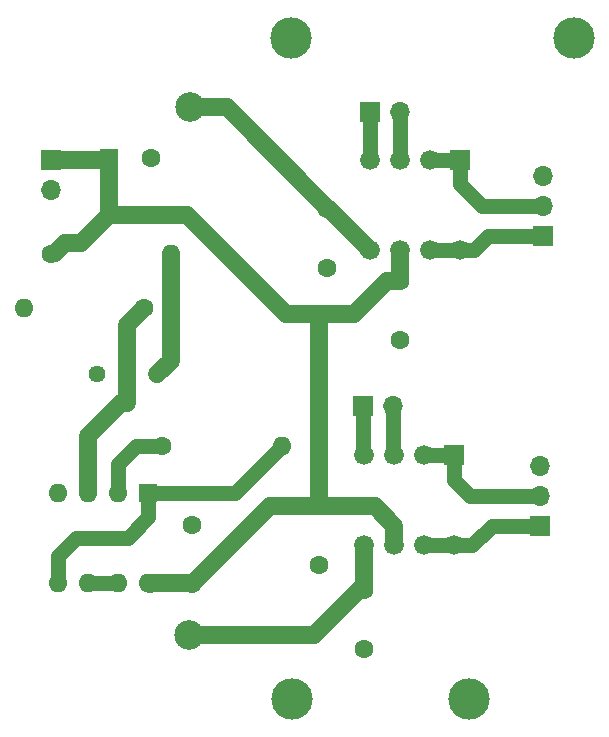
<source format=gbr>
G04 #@! TF.GenerationSoftware,KiCad,Pcbnew,(5.1.2)-2*
G04 #@! TF.CreationDate,2020-04-16T17:57:27-04:00*
G04 #@! TF.ProjectId,DRV-Based Balun,4452562d-4261-4736-9564-2042616c756e,rev?*
G04 #@! TF.SameCoordinates,PX92ac188PY7692bc8*
G04 #@! TF.FileFunction,Copper,L1,Top*
G04 #@! TF.FilePolarity,Positive*
%FSLAX46Y46*%
G04 Gerber Fmt 4.6, Leading zero omitted, Abs format (unit mm)*
G04 Created by KiCad (PCBNEW (5.1.2)-2) date 2020-04-16 17:57:27*
%MOMM*%
%LPD*%
G04 APERTURE LIST*
G04 #@! TA.AperFunction,ComponentPad*
%ADD10C,1.440000*%
G04 #@! TD*
G04 #@! TA.AperFunction,ComponentPad*
%ADD11C,1.600000*%
G04 #@! TD*
G04 #@! TA.AperFunction,ComponentPad*
%ADD12R,1.600000X1.600000*%
G04 #@! TD*
G04 #@! TA.AperFunction,ViaPad*
%ADD13C,3.500000*%
G04 #@! TD*
G04 #@! TA.AperFunction,ComponentPad*
%ADD14O,1.700000X1.700000*%
G04 #@! TD*
G04 #@! TA.AperFunction,ComponentPad*
%ADD15R,1.700000X1.700000*%
G04 #@! TD*
G04 #@! TA.AperFunction,ComponentPad*
%ADD16C,1.676400*%
G04 #@! TD*
G04 #@! TA.AperFunction,ComponentPad*
%ADD17R,1.676400X1.676400*%
G04 #@! TD*
G04 #@! TA.AperFunction,ComponentPad*
%ADD18O,1.600000X1.600000*%
G04 #@! TD*
G04 #@! TA.AperFunction,ViaPad*
%ADD19C,2.500000*%
G04 #@! TD*
G04 #@! TA.AperFunction,Conductor*
%ADD20C,1.000000*%
G04 #@! TD*
G04 #@! TA.AperFunction,Conductor*
%ADD21C,1.500000*%
G04 #@! TD*
G04 #@! TA.AperFunction,Conductor*
%ADD22C,1.250000*%
G04 #@! TD*
G04 APERTURE END LIST*
D10*
G04 #@! TO.P,RV1,3*
G04 #@! TO.N,Net-(R1-Pad2)*
X15113000Y29972000D03*
G04 #@! TO.P,RV1,2*
G04 #@! TO.N,Net-(R2-Pad1)*
X12573000Y29972000D03*
G04 #@! TO.P,RV1,1*
G04 #@! TO.N,Net-(RV1-Pad1)*
X10033000Y29972000D03*
G04 #@! TD*
D11*
G04 #@! TO.P,C5,2*
G04 #@! TO.N,GNDREF*
X32639000Y6684000D03*
G04 #@! TO.P,C5,1*
G04 #@! TO.N,-10V*
X32639000Y11684000D03*
G04 #@! TD*
G04 #@! TO.P,C4,2*
G04 #@! TO.N,GNDREF*
X28829000Y13796000D03*
G04 #@! TO.P,C4,1*
G04 #@! TO.N,+10V*
X28829000Y18796000D03*
G04 #@! TD*
G04 #@! TO.P,C3,2*
G04 #@! TO.N,GNDREF*
X29464000Y38942000D03*
G04 #@! TO.P,C3,1*
G04 #@! TO.N,-10V*
X29464000Y43942000D03*
G04 #@! TD*
G04 #@! TO.P,C2,2*
G04 #@! TO.N,GNDREF*
X35687000Y32846000D03*
G04 #@! TO.P,C2,1*
G04 #@! TO.N,+10V*
X35687000Y37846000D03*
G04 #@! TD*
G04 #@! TO.P,C1,2*
G04 #@! TO.N,-10V*
X14549000Y48260000D03*
D12*
G04 #@! TO.P,C1,1*
G04 #@! TO.N,+10V*
X11049000Y48260000D03*
G04 #@! TD*
D13*
G04 #@! TO.N,GNDREF*
G04 #@! TO.C,REF\002A\002A*
X26416000Y58420000D03*
G04 #@! TD*
G04 #@! TO.N,GNDREF*
G04 #@! TO.C,REF\002A\002A*
X26503000Y2483000D03*
G04 #@! TD*
G04 #@! TO.N,GNDREF*
G04 #@! TO.C,REF\002A\002A*
X41453000Y2483000D03*
G04 #@! TD*
G04 #@! TO.N,GNDREF*
G04 #@! TO.C,REF\002A\002A*
X50419000Y58420000D03*
G04 #@! TD*
D11*
G04 #@! TO.P,C6,2*
G04 #@! TO.N,-10V*
X18034000Y17192000D03*
G04 #@! TO.P,C6,1*
G04 #@! TO.N,+10V*
X18034000Y12192000D03*
G04 #@! TD*
D14*
G04 #@! TO.P,J5,S*
G04 #@! TO.N,GNDREF*
X47498000Y22225000D03*
G04 #@! TO.P,J5,R*
G04 #@! TO.N,Net-(J5-PadR)*
X47498000Y19685000D03*
D15*
G04 #@! TO.P,J5,T*
G04 #@! TO.N,Net-(J5-PadT)*
X47498000Y17145000D03*
G04 #@! TD*
D14*
G04 #@! TO.P,J4,S*
G04 #@! TO.N,GNDREF*
X47752000Y46736000D03*
G04 #@! TO.P,J4,R*
G04 #@! TO.N,Net-(J4-PadR)*
X47752000Y44196000D03*
D15*
G04 #@! TO.P,J4,T*
G04 #@! TO.N,Net-(J4-PadT)*
X47752000Y41656000D03*
G04 #@! TD*
D14*
G04 #@! TO.P,J3,2*
G04 #@! TO.N,GNDREF*
X35052000Y27305000D03*
D15*
G04 #@! TO.P,J3,1*
G04 #@! TO.N,Net-(J3-Pad1)*
X32512000Y27305000D03*
G04 #@! TD*
D14*
G04 #@! TO.P,J2,2*
G04 #@! TO.N,GNDREF*
X35687000Y52197000D03*
D15*
G04 #@! TO.P,J2,1*
G04 #@! TO.N,Net-(J2-Pad1)*
X33147000Y52197000D03*
G04 #@! TD*
D14*
G04 #@! TO.P,J1,2*
G04 #@! TO.N,-10V*
X6096000Y45593000D03*
D15*
G04 #@! TO.P,J1,1*
G04 #@! TO.N,+10V*
X6096000Y48133000D03*
G04 #@! TD*
D16*
G04 #@! TO.P,U3,8*
G04 #@! TO.N,Net-(J5-PadT)*
X40259000Y15494000D03*
G04 #@! TO.P,U3,7*
X37719000Y15494000D03*
G04 #@! TO.P,U3,6*
G04 #@! TO.N,+10V*
X35179000Y15494000D03*
G04 #@! TO.P,U3,5*
G04 #@! TO.N,-10V*
X32639000Y15494000D03*
G04 #@! TO.P,U3,4*
G04 #@! TO.N,Net-(J3-Pad1)*
X32639000Y23114000D03*
G04 #@! TO.P,U3,3*
G04 #@! TO.N,GNDREF*
X35179000Y23114000D03*
G04 #@! TO.P,U3,2*
G04 #@! TO.N,Net-(J5-PadR)*
X37719000Y23114000D03*
D17*
G04 #@! TO.P,U3,1*
X40259000Y23114000D03*
G04 #@! TD*
D16*
G04 #@! TO.P,U2,8*
G04 #@! TO.N,Net-(J4-PadT)*
X40767000Y40513000D03*
G04 #@! TO.P,U2,7*
X38227000Y40513000D03*
G04 #@! TO.P,U2,6*
G04 #@! TO.N,+10V*
X35687000Y40513000D03*
G04 #@! TO.P,U2,5*
G04 #@! TO.N,-10V*
X33147000Y40513000D03*
G04 #@! TO.P,U2,4*
G04 #@! TO.N,Net-(J2-Pad1)*
X33147000Y48133000D03*
G04 #@! TO.P,U2,3*
G04 #@! TO.N,GNDREF*
X35687000Y48133000D03*
G04 #@! TO.P,U2,2*
G04 #@! TO.N,Net-(J4-PadR)*
X38227000Y48133000D03*
D17*
G04 #@! TO.P,U2,1*
X40767000Y48133000D03*
G04 #@! TD*
D18*
G04 #@! TO.P,U1,8*
G04 #@! TO.N,+10V*
X14351000Y12319000D03*
G04 #@! TO.P,U1,4*
G04 #@! TO.N,-10V*
X6731000Y19939000D03*
G04 #@! TO.P,U1,7*
G04 #@! TO.N,Net-(U1-Pad6)*
X11811000Y12319000D03*
G04 #@! TO.P,U1,3*
G04 #@! TO.N,Net-(R2-Pad1)*
X9271000Y19939000D03*
G04 #@! TO.P,U1,6*
G04 #@! TO.N,Net-(U1-Pad6)*
X9271000Y12319000D03*
G04 #@! TO.P,U1,2*
G04 #@! TO.N,Net-(R3-Pad1)*
X11811000Y19939000D03*
G04 #@! TO.P,U1,5*
G04 #@! TO.N,GNDREF*
X6731000Y12319000D03*
D12*
G04 #@! TO.P,U1,1*
X14351000Y19939000D03*
G04 #@! TD*
D18*
G04 #@! TO.P,R3,2*
G04 #@! TO.N,GNDREF*
X25654000Y23876000D03*
D11*
G04 #@! TO.P,R3,1*
G04 #@! TO.N,Net-(R3-Pad1)*
X15494000Y23876000D03*
G04 #@! TD*
D18*
G04 #@! TO.P,R2,2*
G04 #@! TO.N,-10V*
X3810000Y35560000D03*
D11*
G04 #@! TO.P,R2,1*
G04 #@! TO.N,Net-(R2-Pad1)*
X13970000Y35560000D03*
G04 #@! TD*
D18*
G04 #@! TO.P,R1,2*
G04 #@! TO.N,Net-(R1-Pad2)*
X16256000Y40132000D03*
D11*
G04 #@! TO.P,R1,1*
G04 #@! TO.N,+10V*
X6096000Y40132000D03*
G04 #@! TD*
D19*
G04 #@! TO.N,-10V*
X17907000Y52578000D03*
X17780000Y7874000D03*
G04 #@! TD*
D20*
G04 #@! TO.N,-10V*
X33147000Y40513000D02*
X32719000Y40513000D01*
D21*
X17907000Y52578000D02*
X17907000Y52578000D01*
X17907000Y52578000D02*
X17907000Y52578000D01*
X17907000Y52578000D02*
X17907000Y52578000D01*
X17780000Y7874000D02*
X17780000Y7874000D01*
X28401000Y7874000D02*
X32639000Y12112000D01*
X32639000Y12112000D02*
X32639000Y15494000D01*
X21002000Y52578000D02*
X29591000Y43989000D01*
X17907000Y52578000D02*
X21002000Y52578000D01*
X29671000Y43989000D02*
X33147000Y40513000D01*
X29591000Y43989000D02*
X29671000Y43989000D01*
X28401000Y7874000D02*
X17780000Y7874000D01*
G04 #@! TO.N,+10V*
X28829000Y18796000D02*
X33528000Y18796000D01*
X35179000Y17145000D02*
X35179000Y15494000D01*
X33528000Y18796000D02*
X35179000Y17145000D01*
X10922000Y48133000D02*
X11049000Y48260000D01*
X6096000Y48133000D02*
X10922000Y48133000D01*
X7276999Y41058999D02*
X8673999Y41058999D01*
X6477000Y40259000D02*
X7276999Y41058999D01*
X11049000Y43434000D02*
X11049000Y48260000D01*
X8673999Y41058999D02*
X11049000Y43434000D01*
X11049000Y43434000D02*
X17620000Y43434000D01*
X14351000Y12319000D02*
X14478000Y12192000D01*
X17907000Y12319000D02*
X18034000Y12192000D01*
X14351000Y12319000D02*
X17907000Y12319000D01*
X28829000Y18796000D02*
X28829000Y21844000D01*
X35687000Y40513000D02*
X35687000Y37846000D01*
X35687000Y37846000D02*
X34555630Y37846000D01*
X28829000Y21844000D02*
X28829000Y35052000D01*
X26002000Y35052000D02*
X17620000Y43434000D01*
X28829000Y35052000D02*
X26002000Y35052000D01*
X31761630Y35052000D02*
X34555630Y37846000D01*
X28829000Y35052000D02*
X31761630Y35052000D01*
X24638000Y18796000D02*
X18034000Y12192000D01*
X28829000Y18796000D02*
X24638000Y18796000D01*
D22*
G04 #@! TO.N,GNDREF*
X35687000Y52197000D02*
X35687000Y48133000D01*
X35052000Y23241000D02*
X35179000Y23114000D01*
X35052000Y27305000D02*
X35052000Y23241000D01*
X21717000Y19939000D02*
X25654000Y23876000D01*
X14351000Y19939000D02*
X21717000Y19939000D01*
X6731000Y12319000D02*
X6731000Y14605000D01*
X6731000Y14605000D02*
X8255000Y16129000D01*
X14351000Y17889000D02*
X14351000Y19939000D01*
X12591000Y16129000D02*
X14351000Y17889000D01*
X8255000Y16129000D02*
X12591000Y16129000D01*
G04 #@! TO.N,Net-(J2-Pad1)*
X33147000Y52197000D02*
X33147000Y48133000D01*
G04 #@! TO.N,Net-(J3-Pad1)*
X32512000Y23241000D02*
X32639000Y23114000D01*
X32512000Y27305000D02*
X32512000Y23241000D01*
D21*
G04 #@! TO.N,Net-(R1-Pad2)*
X16256000Y31115000D02*
X15113000Y29972000D01*
X16256000Y40132000D02*
X16256000Y31115000D01*
D22*
G04 #@! TO.N,Net-(J4-PadT)*
X41952393Y40513000D02*
X43095393Y41656000D01*
X40767000Y40513000D02*
X41952393Y40513000D01*
X43095393Y41656000D02*
X47752000Y41656000D01*
X38227000Y40513000D02*
X40767000Y40513000D01*
G04 #@! TO.N,Net-(J4-PadR)*
X40767000Y48133000D02*
X40767000Y46044800D01*
X40767000Y46044800D02*
X42615800Y44196000D01*
X46101000Y44196000D02*
X47752000Y44196000D01*
X45466000Y44196000D02*
X46101000Y44196000D01*
X42615800Y44196000D02*
X45466000Y44196000D01*
X38227000Y48133000D02*
X40767000Y48133000D01*
G04 #@! TO.N,Net-(J5-PadT)*
X40259000Y15494000D02*
X41783000Y15494000D01*
X43434000Y17145000D02*
X47498000Y17145000D01*
X41783000Y15494000D02*
X43434000Y17145000D01*
X40259000Y15494000D02*
X37719000Y15494000D01*
G04 #@! TO.N,Net-(J5-PadR)*
X40259000Y23114000D02*
X40259000Y21025800D01*
X40259000Y23114000D02*
X37719000Y23114000D01*
X41599800Y19685000D02*
X40259000Y21025800D01*
X47498000Y19685000D02*
X41599800Y19685000D01*
G04 #@! TO.N,Net-(U1-Pad6)*
X9271000Y12319000D02*
X11811000Y12319000D01*
D21*
G04 #@! TO.N,Net-(R2-Pad1)*
X12573000Y34163000D02*
X13970000Y35560000D01*
X12573000Y29972000D02*
X12573000Y34163000D01*
X12573000Y29972000D02*
X12573000Y27559000D01*
X12573000Y27559000D02*
X12065000Y27559000D01*
X9271000Y24765000D02*
X9271000Y19939000D01*
X12065000Y27559000D02*
X9271000Y24765000D01*
D22*
G04 #@! TO.N,Net-(R3-Pad1)*
X13335000Y23876000D02*
X15494000Y23876000D01*
X11811000Y19939000D02*
X11811000Y22352000D01*
X11811000Y22352000D02*
X13335000Y23876000D01*
G04 #@! TD*
M02*

</source>
